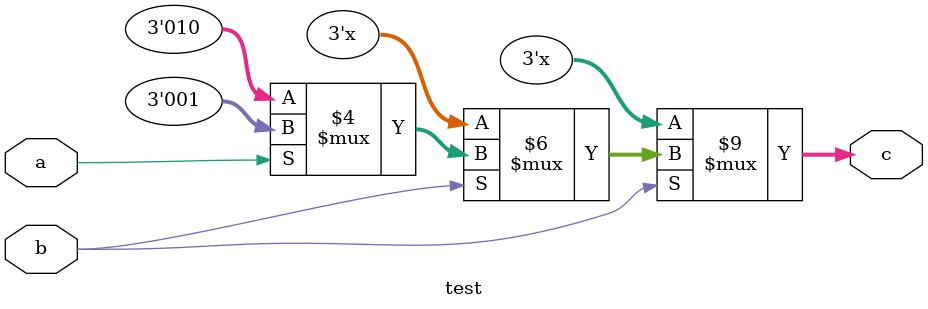
<source format=v>
module test (a,b,c);
 input a,b;
 output[2:0] c;
 reg [2:0] c;
 always@(b)
 begin
   if(b)
     if (a)
       c= 1;
     else
      c= 2;
 end
endmodule


</source>
